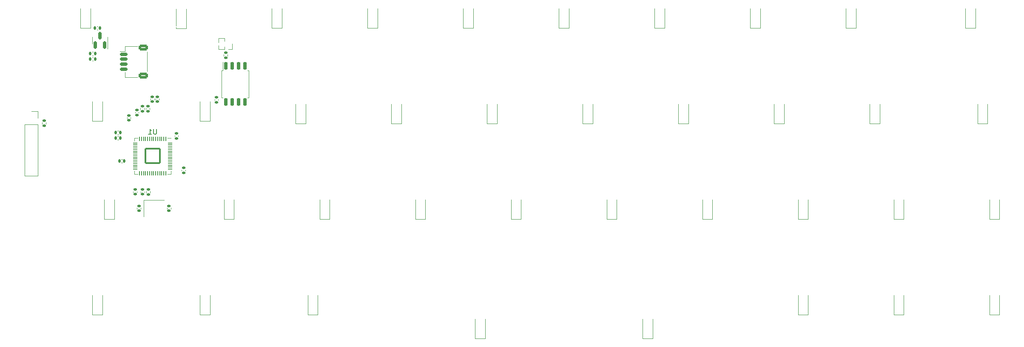
<source format=gbr>
%TF.GenerationSoftware,KiCad,Pcbnew,(6.0.7-1)-1*%
%TF.CreationDate,2022-09-06T23:10:26-04:00*%
%TF.ProjectId,cutiepie2040,63757469-6570-4696-9532-3034302e6b69,rev?*%
%TF.SameCoordinates,Original*%
%TF.FileFunction,Legend,Bot*%
%TF.FilePolarity,Positive*%
%FSLAX46Y46*%
G04 Gerber Fmt 4.6, Leading zero omitted, Abs format (unit mm)*
G04 Created by KiCad (PCBNEW (6.0.7-1)-1) date 2022-09-06 23:10:26*
%MOMM*%
%LPD*%
G01*
G04 APERTURE LIST*
G04 Aperture macros list*
%AMRoundRect*
0 Rectangle with rounded corners*
0 $1 Rounding radius*
0 $2 $3 $4 $5 $6 $7 $8 $9 X,Y pos of 4 corners*
0 Add a 4 corners polygon primitive as box body*
4,1,4,$2,$3,$4,$5,$6,$7,$8,$9,$2,$3,0*
0 Add four circle primitives for the rounded corners*
1,1,$1+$1,$2,$3*
1,1,$1+$1,$4,$5*
1,1,$1+$1,$6,$7*
1,1,$1+$1,$8,$9*
0 Add four rect primitives between the rounded corners*
20,1,$1+$1,$2,$3,$4,$5,0*
20,1,$1+$1,$4,$5,$6,$7,0*
20,1,$1+$1,$6,$7,$8,$9,0*
20,1,$1+$1,$8,$9,$2,$3,0*%
G04 Aperture macros list end*
%ADD10C,0.150000*%
%ADD11C,0.120000*%
%ADD12C,1.750000*%
%ADD13C,3.987800*%
%ADD14C,2.250000*%
%ADD15RoundRect,0.140000X0.170000X-0.140000X0.170000X0.140000X-0.170000X0.140000X-0.170000X-0.140000X0*%
%ADD16R,1.200000X0.900000*%
%ADD17RoundRect,0.140000X-0.170000X0.140000X-0.170000X-0.140000X0.170000X-0.140000X0.170000X0.140000X0*%
%ADD18RoundRect,0.135000X0.185000X-0.135000X0.185000X0.135000X-0.185000X0.135000X-0.185000X-0.135000X0*%
%ADD19RoundRect,0.135000X-0.185000X0.135000X-0.185000X-0.135000X0.185000X-0.135000X0.185000X0.135000X0*%
%ADD20R,1.000000X1.000000*%
%ADD21O,1.000000X1.000000*%
%ADD22RoundRect,0.140000X0.140000X0.170000X-0.140000X0.170000X-0.140000X-0.170000X0.140000X-0.170000X0*%
%ADD23RoundRect,0.150000X0.150000X-0.587500X0.150000X0.587500X-0.150000X0.587500X-0.150000X-0.587500X0*%
%ADD24RoundRect,0.150000X-0.150000X0.650000X-0.150000X-0.650000X0.150000X-0.650000X0.150000X0.650000X0*%
%ADD25RoundRect,0.050000X0.387500X0.050000X-0.387500X0.050000X-0.387500X-0.050000X0.387500X-0.050000X0*%
%ADD26RoundRect,0.050000X0.050000X0.387500X-0.050000X0.387500X-0.050000X-0.387500X0.050000X-0.387500X0*%
%ADD27RoundRect,0.144000X1.456000X1.456000X-1.456000X1.456000X-1.456000X-1.456000X1.456000X-1.456000X0*%
%ADD28R,1.700000X1.700000*%
%ADD29O,1.700000X1.700000*%
%ADD30RoundRect,0.150000X-0.625000X0.150000X-0.625000X-0.150000X0.625000X-0.150000X0.625000X0.150000X0*%
%ADD31RoundRect,0.250000X-0.650000X0.350000X-0.650000X-0.350000X0.650000X-0.350000X0.650000X0.350000X0*%
%ADD32R,1.400000X1.200000*%
%ADD33C,0.800000*%
G04 APERTURE END LIST*
D10*
%TO.C,U1*%
X71711904Y-78232380D02*
X71711904Y-79041904D01*
X71664285Y-79137142D01*
X71616666Y-79184761D01*
X71521428Y-79232380D01*
X71330952Y-79232380D01*
X71235714Y-79184761D01*
X71188095Y-79137142D01*
X71140476Y-79041904D01*
X71140476Y-78232380D01*
X70140476Y-79232380D02*
X70711904Y-79232380D01*
X70426190Y-79232380D02*
X70426190Y-78232380D01*
X70521428Y-78375238D01*
X70616666Y-78470476D01*
X70711904Y-78518095D01*
D11*
%TO.C,C_1V-Decoup2*%
X72260000Y-72357836D02*
X72260000Y-72142164D01*
X71540000Y-72357836D02*
X71540000Y-72142164D01*
%TO.C,D6*%
X80387500Y-76600000D02*
X80387500Y-72700000D01*
X82387500Y-76600000D02*
X82387500Y-72700000D01*
X82387500Y-76600000D02*
X80387500Y-76600000D01*
%TO.C,D14*%
X118487500Y-77100000D02*
X118487500Y-73200000D01*
X120487500Y-77100000D02*
X118487500Y-77100000D01*
X120487500Y-77100000D02*
X120487500Y-73200000D01*
%TO.C,C_Crystal1*%
X74560000Y-93942164D02*
X74560000Y-94157836D01*
X73840000Y-93942164D02*
X73840000Y-94157836D01*
%TO.C,D37*%
X239550000Y-96150000D02*
X239550000Y-92250000D01*
X239550000Y-96150000D02*
X237550000Y-96150000D01*
X237550000Y-96150000D02*
X237550000Y-92250000D01*
%TO.C,R_Crystal1*%
X70480000Y-90903641D02*
X70480000Y-90596359D01*
X69720000Y-90903641D02*
X69720000Y-90596359D01*
%TO.C,D17*%
X137537500Y-77100000D02*
X137537500Y-73200000D01*
X139537500Y-77100000D02*
X139537500Y-73200000D01*
X139537500Y-77100000D02*
X137537500Y-77100000D01*
%TO.C,R_Flash1*%
X85880000Y-63346359D02*
X85880000Y-63653641D01*
X85120000Y-63346359D02*
X85120000Y-63653641D01*
%TO.C,SW1*%
X84085000Y-60942470D02*
X84085000Y-60140000D01*
X85290000Y-62360000D02*
X85290000Y-61813471D01*
X85290000Y-60686529D02*
X85290000Y-60140000D01*
X85290000Y-62360000D02*
X84085000Y-62360000D01*
X86810000Y-62360000D02*
X86810000Y-61250000D01*
X85290000Y-60140000D02*
X84085000Y-60140000D01*
X86050000Y-62360000D02*
X86810000Y-62360000D01*
X84085000Y-62360000D02*
X84085000Y-61557530D01*
%TO.C,D8*%
X80387500Y-115200000D02*
X80387500Y-111300000D01*
X82387500Y-115200000D02*
X80387500Y-115200000D01*
X82387500Y-115200000D02*
X82387500Y-111300000D01*
%TO.C,D20*%
X153825000Y-58050000D02*
X153825000Y-54150000D01*
X151825000Y-58050000D02*
X151825000Y-54150000D01*
X153825000Y-58050000D02*
X151825000Y-58050000D01*
%TO.C,D15*%
X125250000Y-96150000D02*
X125250000Y-92250000D01*
X125250000Y-96150000D02*
X123250000Y-96150000D01*
X123250000Y-96150000D02*
X123250000Y-92250000D01*
%TO.C,D31*%
X208975000Y-58050000D02*
X208975000Y-54150000D01*
X210975000Y-58050000D02*
X208975000Y-58050000D01*
X210975000Y-58050000D02*
X210975000Y-54150000D01*
%TO.C,C_3V-Decoup2*%
X66560000Y-76107836D02*
X66560000Y-75892164D01*
X65840000Y-76107836D02*
X65840000Y-75892164D01*
%TO.C,D13*%
X113725000Y-58050000D02*
X113725000Y-54150000D01*
X115725000Y-58050000D02*
X115725000Y-54150000D01*
X115725000Y-58050000D02*
X113725000Y-58050000D01*
%TO.C,D23*%
X170493750Y-119962500D02*
X170493750Y-116062500D01*
X168493750Y-119962500D02*
X168493750Y-116062500D01*
X170493750Y-119962500D02*
X168493750Y-119962500D01*
%TO.C,C_3V-Decoup7*%
X64157836Y-79310000D02*
X63942164Y-79310000D01*
X64157836Y-78590000D02*
X63942164Y-78590000D01*
%TO.C,D32*%
X213737500Y-77100000D02*
X213737500Y-73200000D01*
X215737500Y-77100000D02*
X213737500Y-77100000D01*
X215737500Y-77100000D02*
X215737500Y-73200000D01*
%TO.C,D4*%
X58956250Y-115200000D02*
X58956250Y-111300000D01*
X60956250Y-115200000D02*
X60956250Y-111300000D01*
X60956250Y-115200000D02*
X58956250Y-115200000D01*
%TO.C,C_3V-Decoup9*%
X76060000Y-79707836D02*
X76060000Y-79492164D01*
X75340000Y-79707836D02*
X75340000Y-79492164D01*
%TO.C,C_3V-Decoup4*%
X64907836Y-84960000D02*
X64692164Y-84960000D01*
X64907836Y-84240000D02*
X64692164Y-84240000D01*
%TO.C,D26*%
X180400000Y-96150000D02*
X180400000Y-92250000D01*
X182400000Y-96150000D02*
X180400000Y-96150000D01*
X182400000Y-96150000D02*
X182400000Y-92250000D01*
%TO.C,D28*%
X194687500Y-77100000D02*
X194687500Y-73200000D01*
X196687500Y-77100000D02*
X196687500Y-73200000D01*
X196687500Y-77100000D02*
X194687500Y-77100000D01*
%TO.C,R_DATA1*%
X69620000Y-74046359D02*
X69620000Y-74353641D01*
X70380000Y-74046359D02*
X70380000Y-74353641D01*
%TO.C,C_3V-Decoup8*%
X69310000Y-90642164D02*
X69310000Y-90857836D01*
X68590000Y-90642164D02*
X68590000Y-90857836D01*
%TO.C,C_Flash1*%
X83290000Y-72507836D02*
X83290000Y-72292164D01*
X84010000Y-72507836D02*
X84010000Y-72292164D01*
%TO.C,D10*%
X101437500Y-77100000D02*
X99437500Y-77100000D01*
X99437500Y-77100000D02*
X99437500Y-73200000D01*
X101437500Y-77100000D02*
X101437500Y-73200000D01*
%TO.C,D35*%
X234787500Y-58050000D02*
X234787500Y-54150000D01*
X234787500Y-58050000D02*
X232787500Y-58050000D01*
X232787500Y-58050000D02*
X232787500Y-54150000D01*
%TO.C,D38*%
X239550000Y-115200000D02*
X239550000Y-111300000D01*
X239550000Y-115200000D02*
X237550000Y-115200000D01*
X237550000Y-115200000D02*
X237550000Y-111300000D01*
%TO.C,D19*%
X137156250Y-119962500D02*
X135156250Y-119962500D01*
X137156250Y-119962500D02*
X137156250Y-116062500D01*
X135156250Y-119962500D02*
X135156250Y-116062500D01*
%TO.C,U3*%
X62010000Y-60550000D02*
X62010000Y-59900000D01*
X58890000Y-60550000D02*
X58890000Y-59900000D01*
X58890000Y-60550000D02*
X58890000Y-61200000D01*
X62010000Y-60550000D02*
X62010000Y-62225000D01*
%TO.C,D25*%
X177637500Y-77100000D02*
X175637500Y-77100000D01*
X177637500Y-77100000D02*
X177637500Y-73200000D01*
X175637500Y-77100000D02*
X175637500Y-73200000D01*
%TO.C,D11*%
X106200000Y-96150000D02*
X106200000Y-92250000D01*
X104200000Y-96150000D02*
X104200000Y-92250000D01*
X106200000Y-96150000D02*
X104200000Y-96150000D01*
%TO.C,C_1V-Decoup3*%
X67810000Y-90642164D02*
X67810000Y-90857836D01*
X67090000Y-90642164D02*
X67090000Y-90857836D01*
%TO.C,D18*%
X144300000Y-96150000D02*
X144300000Y-92250000D01*
X144300000Y-96150000D02*
X142300000Y-96150000D01*
X142300000Y-96150000D02*
X142300000Y-92250000D01*
%TO.C,D34*%
X220500000Y-115200000D02*
X218500000Y-115200000D01*
X218500000Y-115200000D02*
X218500000Y-111300000D01*
X220500000Y-115200000D02*
X220500000Y-111300000D01*
%TO.C,D2*%
X58956250Y-76600000D02*
X58956250Y-72700000D01*
X60956250Y-76600000D02*
X58956250Y-76600000D01*
X60956250Y-76600000D02*
X60956250Y-72700000D01*
%TO.C,D3*%
X63337500Y-96150000D02*
X63337500Y-92250000D01*
X63337500Y-96150000D02*
X61337500Y-96150000D01*
X61337500Y-96150000D02*
X61337500Y-92250000D01*
%TO.C,D29*%
X201450000Y-96150000D02*
X199450000Y-96150000D01*
X201450000Y-96150000D02*
X201450000Y-92250000D01*
X199450000Y-96150000D02*
X199450000Y-92250000D01*
%TO.C,D16*%
X132775000Y-58050000D02*
X132775000Y-54150000D01*
X134775000Y-58050000D02*
X134775000Y-54150000D01*
X134775000Y-58050000D02*
X132775000Y-58050000D01*
%TO.C,C_3V-Decoup6*%
X76740000Y-86342164D02*
X76740000Y-86557836D01*
X77460000Y-86342164D02*
X77460000Y-86557836D01*
%TO.C,D30*%
X201450000Y-115200000D02*
X199450000Y-115200000D01*
X199450000Y-115200000D02*
X199450000Y-111300000D01*
X201450000Y-115200000D02*
X201450000Y-111300000D01*
%TO.C,D1*%
X58575000Y-58050000D02*
X56575000Y-58050000D01*
X56575000Y-58050000D02*
X56575000Y-54150000D01*
X58575000Y-58050000D02*
X58575000Y-54150000D01*
%TO.C,C_3V-Decoup1*%
X59107836Y-63890000D02*
X58892164Y-63890000D01*
X59107836Y-64610000D02*
X58892164Y-64610000D01*
%TO.C,C_LD1*%
X60057836Y-58460000D02*
X59842164Y-58460000D01*
X60057836Y-57740000D02*
X59842164Y-57740000D01*
%TO.C,R_RST1*%
X49730000Y-77203641D02*
X49730000Y-76896359D01*
X48970000Y-77203641D02*
X48970000Y-76896359D01*
%TO.C,U2*%
X84935000Y-66525000D02*
X84935000Y-64850000D01*
X90125000Y-69250000D02*
X90125000Y-71975000D01*
X84675000Y-66525000D02*
X84935000Y-66525000D01*
X90125000Y-71975000D02*
X89865000Y-71975000D01*
X84675000Y-71975000D02*
X84935000Y-71975000D01*
X90125000Y-66525000D02*
X89865000Y-66525000D01*
X90125000Y-69250000D02*
X90125000Y-66525000D01*
X84675000Y-69250000D02*
X84675000Y-66525000D01*
X84675000Y-69250000D02*
X84675000Y-71975000D01*
%TO.C,D33*%
X220500000Y-96150000D02*
X218500000Y-96150000D01*
X220500000Y-96150000D02*
X220500000Y-92250000D01*
X218500000Y-96150000D02*
X218500000Y-92250000D01*
%TO.C,D36*%
X235168750Y-77100000D02*
X235168750Y-73200000D01*
X237168750Y-77100000D02*
X235168750Y-77100000D01*
X237168750Y-77100000D02*
X237168750Y-73200000D01*
%TO.C,D7*%
X87150000Y-96150000D02*
X85150000Y-96150000D01*
X87150000Y-96150000D02*
X87150000Y-92250000D01*
X85150000Y-96150000D02*
X85150000Y-92250000D01*
%TO.C,D12*%
X101818750Y-115200000D02*
X101818750Y-111300000D01*
X103818750Y-115200000D02*
X103818750Y-111300000D01*
X103818750Y-115200000D02*
X101818750Y-115200000D01*
%TO.C,C_1V-Decoup1*%
X68160000Y-75037836D02*
X68160000Y-74822164D01*
X67440000Y-75037836D02*
X67440000Y-74822164D01*
%TO.C,C_3V-Decoup3*%
X71260000Y-72357836D02*
X71260000Y-72142164D01*
X70540000Y-72357836D02*
X70540000Y-72142164D01*
%TO.C,D22*%
X163350000Y-96150000D02*
X161350000Y-96150000D01*
X161350000Y-96150000D02*
X161350000Y-92250000D01*
X163350000Y-96150000D02*
X163350000Y-92250000D01*
%TO.C,U1*%
X67990000Y-79990000D02*
X67340000Y-79990000D01*
X67340000Y-87210000D02*
X67340000Y-86560000D01*
X67990000Y-87210000D02*
X67340000Y-87210000D01*
X74560000Y-87210000D02*
X74560000Y-86560000D01*
X73910000Y-87210000D02*
X74560000Y-87210000D01*
X67340000Y-79990000D02*
X67340000Y-80640000D01*
X73910000Y-79990000D02*
X74560000Y-79990000D01*
%TO.C,J2*%
X48130000Y-74695000D02*
X46800000Y-74695000D01*
X48130000Y-76025000D02*
X48130000Y-74695000D01*
X48130000Y-77295000D02*
X48130000Y-87515000D01*
X48130000Y-77295000D02*
X45470000Y-77295000D01*
X45470000Y-77295000D02*
X45470000Y-87515000D01*
X48130000Y-87515000D02*
X45470000Y-87515000D01*
%TO.C,D27*%
X191925000Y-58050000D02*
X191925000Y-54150000D01*
X191925000Y-58050000D02*
X189925000Y-58050000D01*
X189925000Y-58050000D02*
X189925000Y-54150000D01*
%TO.C,C_Crystal2*%
X68560000Y-94157836D02*
X68560000Y-93942164D01*
X67840000Y-94157836D02*
X67840000Y-93942164D01*
%TO.C,D9*%
X96675000Y-58050000D02*
X96675000Y-54150000D01*
X94675000Y-58050000D02*
X94675000Y-54150000D01*
X96675000Y-58050000D02*
X94675000Y-58050000D01*
%TO.C,D24*%
X172875000Y-58050000D02*
X170875000Y-58050000D01*
X172875000Y-58050000D02*
X172875000Y-54150000D01*
X170875000Y-58050000D02*
X170875000Y-54150000D01*
%TO.C,C_3V-Decoup5*%
X64157836Y-80360000D02*
X63942164Y-80360000D01*
X64157836Y-79640000D02*
X63942164Y-79640000D01*
%TO.C,R_DATA2*%
X68520000Y-74046359D02*
X68520000Y-74353641D01*
X69280000Y-74046359D02*
X69280000Y-74353641D01*
%TO.C,C_LD2*%
X59107836Y-62840000D02*
X58892164Y-62840000D01*
X59107836Y-63560000D02*
X58892164Y-63560000D01*
%TO.C,J1*%
X65415000Y-61690000D02*
X65415000Y-62740000D01*
X67915000Y-61690000D02*
X65415000Y-61690000D01*
X67915000Y-67910000D02*
X65415000Y-67910000D01*
X65415000Y-67910000D02*
X65415000Y-66860000D01*
X69885000Y-62860000D02*
X69885000Y-66740000D01*
X65415000Y-62740000D02*
X64425000Y-62740000D01*
%TO.C,D21*%
X156587500Y-77100000D02*
X156587500Y-73200000D01*
X158587500Y-77100000D02*
X156587500Y-77100000D01*
X158587500Y-77100000D02*
X158587500Y-73200000D01*
%TO.C,Y1*%
X69200000Y-95700000D02*
X69200000Y-92400000D01*
X69200000Y-92400000D02*
X73200000Y-92400000D01*
%TO.C,D5*%
X77625000Y-58150000D02*
X75625000Y-58150000D01*
X75625000Y-58150000D02*
X75625000Y-54250000D01*
X77625000Y-58150000D02*
X77625000Y-54250000D01*
%TD*%
%LPC*%
D12*
%TO.C,MX35*%
X235767500Y-55300000D03*
X225607500Y-55300000D03*
D13*
X230687500Y-55300000D03*
D14*
X226877500Y-52760000D03*
X233227500Y-50220000D03*
%TD*%
D13*
%TO.C,MX1*%
X54475000Y-55300000D03*
D12*
X49395000Y-55300000D03*
X59555000Y-55300000D03*
D14*
X50665000Y-52760000D03*
X57015000Y-50220000D03*
%TD*%
D12*
%TO.C,MX22*%
X154170000Y-93400000D03*
X164330000Y-93400000D03*
D13*
X159250000Y-93400000D03*
D14*
X155440000Y-90860000D03*
X161790000Y-88320000D03*
%TD*%
D13*
%TO.C,MX17*%
X135437500Y-74350000D03*
D12*
X140517500Y-74350000D03*
X130357500Y-74350000D03*
D14*
X131627500Y-71810000D03*
X137977500Y-69270000D03*
%TD*%
D13*
%TO.C,MX2*%
X56856250Y-74350000D03*
D12*
X61936250Y-74350000D03*
X51776250Y-74350000D03*
D14*
X53046250Y-71810000D03*
X59396250Y-69270000D03*
%TD*%
D12*
%TO.C,MX11*%
X107180000Y-93400000D03*
X97020000Y-93400000D03*
D13*
X102100000Y-93400000D03*
D14*
X98290000Y-90860000D03*
X104640000Y-88320000D03*
%TD*%
D13*
%TO.C,MX10*%
X97337500Y-74350000D03*
D12*
X92257500Y-74350000D03*
X102417500Y-74350000D03*
D14*
X93527500Y-71810000D03*
X99877500Y-69270000D03*
%TD*%
D12*
%TO.C,MX18*%
X135120000Y-93400000D03*
D13*
X140200000Y-93400000D03*
D12*
X145280000Y-93400000D03*
D14*
X136390000Y-90860000D03*
X142740000Y-88320000D03*
%TD*%
D12*
%TO.C,MX30*%
X202430000Y-112450000D03*
D13*
X197350000Y-112450000D03*
D12*
X192270000Y-112450000D03*
D14*
X193540000Y-109910000D03*
X199890000Y-107370000D03*
%TD*%
D13*
%TO.C,MX12*%
X99718750Y-112450000D03*
D12*
X94638750Y-112450000D03*
X104798750Y-112450000D03*
D14*
X95908750Y-109910000D03*
X102258750Y-107370000D03*
%TD*%
D13*
%TO.C,MX4*%
X56856250Y-112450000D03*
D12*
X61936250Y-112450000D03*
X51776250Y-112450000D03*
D14*
X53046250Y-109910000D03*
X59396250Y-107370000D03*
%TD*%
D13*
%TO.C,MX33*%
X216400000Y-93400000D03*
D12*
X221480000Y-93400000D03*
X211320000Y-93400000D03*
D14*
X212590000Y-90860000D03*
X218940000Y-88320000D03*
%TD*%
D13*
%TO.C,MX13*%
X111625000Y-55300000D03*
D12*
X106545000Y-55300000D03*
X116705000Y-55300000D03*
D14*
X107815000Y-52760000D03*
X114165000Y-50220000D03*
%TD*%
D12*
%TO.C,MX29*%
X202430000Y-93400000D03*
X192270000Y-93400000D03*
D13*
X197350000Y-93400000D03*
D14*
X193540000Y-90860000D03*
X199890000Y-88320000D03*
%TD*%
D12*
%TO.C,MX15*%
X126230000Y-93400000D03*
X116070000Y-93400000D03*
D13*
X121150000Y-93400000D03*
D14*
X117340000Y-90860000D03*
X123690000Y-88320000D03*
%TD*%
D12*
%TO.C,MX14*%
X111307500Y-74350000D03*
D13*
X116387500Y-74350000D03*
D12*
X121467500Y-74350000D03*
D14*
X112577500Y-71810000D03*
X118927500Y-69270000D03*
%TD*%
D13*
%TO.C,MX16*%
X130675000Y-55300000D03*
D12*
X125595000Y-55300000D03*
X135755000Y-55300000D03*
D14*
X126865000Y-52760000D03*
X133215000Y-50220000D03*
%TD*%
D12*
%TO.C,MX5*%
X68445000Y-55300000D03*
X78605000Y-55300000D03*
D13*
X73525000Y-55300000D03*
D14*
X69715000Y-52760000D03*
X76065000Y-50220000D03*
%TD*%
D13*
%TO.C,MX24*%
X168775000Y-55300000D03*
D12*
X173855000Y-55300000D03*
X163695000Y-55300000D03*
D14*
X164965000Y-52760000D03*
X171315000Y-50220000D03*
%TD*%
D12*
%TO.C,MX21*%
X149407500Y-74350000D03*
X159567500Y-74350000D03*
D13*
X154487500Y-74350000D03*
D14*
X150677500Y-71810000D03*
X157027500Y-69270000D03*
%TD*%
D12*
%TO.C,MX32*%
X206557500Y-74350000D03*
D13*
X211637500Y-74350000D03*
D12*
X216717500Y-74350000D03*
D14*
X207827500Y-71810000D03*
X214177500Y-69270000D03*
%TD*%
D12*
%TO.C,MX38*%
X230370000Y-112450000D03*
D13*
X235450000Y-112450000D03*
D12*
X240530000Y-112450000D03*
D14*
X231640000Y-109910000D03*
X237990000Y-107370000D03*
%TD*%
D12*
%TO.C,MX20*%
X154805000Y-55300000D03*
D13*
X149725000Y-55300000D03*
D12*
X144645000Y-55300000D03*
D14*
X145915000Y-52760000D03*
X152265000Y-50220000D03*
%TD*%
D13*
%TO.C,MX8*%
X78287500Y-112450000D03*
D12*
X73207500Y-112450000D03*
X83367500Y-112450000D03*
D14*
X74477500Y-109910000D03*
X80827500Y-107370000D03*
%TD*%
D12*
%TO.C,MX6*%
X73207500Y-74350000D03*
X83367500Y-74350000D03*
D13*
X78287500Y-74350000D03*
D14*
X74477500Y-71810000D03*
X80827500Y-69270000D03*
%TD*%
D12*
%TO.C,MX36*%
X238148750Y-74350000D03*
X227988750Y-74350000D03*
D13*
X233068750Y-74350000D03*
D14*
X229258750Y-71810000D03*
X235608750Y-69270000D03*
%TD*%
D12*
%TO.C,MX37*%
X230370000Y-93400000D03*
D13*
X235450000Y-93400000D03*
D12*
X240530000Y-93400000D03*
D14*
X231640000Y-90860000D03*
X237990000Y-88320000D03*
%TD*%
D12*
%TO.C,MX26*%
X173220000Y-93400000D03*
X183380000Y-93400000D03*
D13*
X178300000Y-93400000D03*
D14*
X174490000Y-90860000D03*
X180840000Y-88320000D03*
%TD*%
D12*
%TO.C,MX9*%
X87495000Y-55300000D03*
X97655000Y-55300000D03*
D13*
X92575000Y-55300000D03*
D14*
X88765000Y-52760000D03*
X95115000Y-50220000D03*
%TD*%
D13*
%TO.C,MX19*%
X133056250Y-117212500D03*
D12*
X138136250Y-117212500D03*
X127976250Y-117212500D03*
D14*
X129246250Y-114672500D03*
X135596250Y-112132500D03*
%TD*%
D12*
%TO.C,MX23*%
X171473750Y-117212500D03*
D13*
X166393750Y-117212500D03*
D12*
X161313750Y-117212500D03*
D14*
X162583750Y-114672500D03*
X168933750Y-112132500D03*
%TD*%
D12*
%TO.C,MX7*%
X88130000Y-93400000D03*
X77970000Y-93400000D03*
D13*
X83050000Y-93400000D03*
D14*
X79240000Y-90860000D03*
X85590000Y-88320000D03*
%TD*%
D12*
%TO.C,MX3*%
X64317500Y-93400000D03*
D13*
X59237500Y-93400000D03*
D12*
X54157500Y-93400000D03*
D14*
X55427500Y-90860000D03*
X61777500Y-88320000D03*
%TD*%
D12*
%TO.C,MX27*%
X192905000Y-55300000D03*
X182745000Y-55300000D03*
D13*
X187825000Y-55300000D03*
D14*
X184015000Y-52760000D03*
X190365000Y-50220000D03*
%TD*%
D12*
%TO.C,MX28*%
X187507500Y-74350000D03*
X197667500Y-74350000D03*
D13*
X192587500Y-74350000D03*
D14*
X188777500Y-71810000D03*
X195127500Y-69270000D03*
%TD*%
D12*
%TO.C,MX25*%
X178617500Y-74350000D03*
X168457500Y-74350000D03*
D13*
X173537500Y-74350000D03*
D14*
X169727500Y-71810000D03*
X176077500Y-69270000D03*
%TD*%
D12*
%TO.C,MX34*%
X211320000Y-112450000D03*
X221480000Y-112450000D03*
D13*
X216400000Y-112450000D03*
D14*
X212590000Y-109910000D03*
X218940000Y-107370000D03*
%TD*%
D13*
%TO.C,MX31*%
X206875000Y-55300000D03*
D12*
X211955000Y-55300000D03*
X201795000Y-55300000D03*
D14*
X203065000Y-52760000D03*
X209415000Y-50220000D03*
%TD*%
D15*
%TO.C,C_1V-Decoup2*%
X71900000Y-72730000D03*
X71900000Y-71770000D03*
%TD*%
D16*
%TO.C,D6*%
X81387500Y-76000000D03*
X81387500Y-72700000D03*
%TD*%
%TO.C,D14*%
X119487500Y-76500000D03*
X119487500Y-73200000D03*
%TD*%
D17*
%TO.C,C_Crystal1*%
X74200000Y-93570000D03*
X74200000Y-94530000D03*
%TD*%
D16*
%TO.C,D37*%
X238550000Y-95550000D03*
X238550000Y-92250000D03*
%TD*%
D18*
%TO.C,R_Crystal1*%
X70100000Y-91260000D03*
X70100000Y-90240000D03*
%TD*%
D16*
%TO.C,D17*%
X138537500Y-76500000D03*
X138537500Y-73200000D03*
%TD*%
D19*
%TO.C,R_Flash1*%
X85500000Y-62990000D03*
X85500000Y-64010000D03*
%TD*%
D20*
%TO.C,SW1*%
X86050000Y-61250000D03*
D21*
X84780000Y-61250000D03*
%TD*%
D16*
%TO.C,D8*%
X81387500Y-114600000D03*
X81387500Y-111300000D03*
%TD*%
%TO.C,D20*%
X152825000Y-57450000D03*
X152825000Y-54150000D03*
%TD*%
%TO.C,D15*%
X124250000Y-95550000D03*
X124250000Y-92250000D03*
%TD*%
%TO.C,D31*%
X209975000Y-57450000D03*
X209975000Y-54150000D03*
%TD*%
D15*
%TO.C,C_3V-Decoup2*%
X66200000Y-76480000D03*
X66200000Y-75520000D03*
%TD*%
D16*
%TO.C,D13*%
X114725000Y-57450000D03*
X114725000Y-54150000D03*
%TD*%
%TO.C,D23*%
X169493750Y-119362500D03*
X169493750Y-116062500D03*
%TD*%
D22*
%TO.C,C_3V-Decoup7*%
X64530000Y-78950000D03*
X63570000Y-78950000D03*
%TD*%
D16*
%TO.C,D32*%
X214737500Y-76500000D03*
X214737500Y-73200000D03*
%TD*%
%TO.C,D4*%
X59956250Y-114600000D03*
X59956250Y-111300000D03*
%TD*%
D15*
%TO.C,C_3V-Decoup9*%
X75700000Y-80080000D03*
X75700000Y-79120000D03*
%TD*%
D22*
%TO.C,C_3V-Decoup4*%
X65280000Y-84600000D03*
X64320000Y-84600000D03*
%TD*%
D16*
%TO.C,D26*%
X181400000Y-95550000D03*
X181400000Y-92250000D03*
%TD*%
%TO.C,D28*%
X195687500Y-76500000D03*
X195687500Y-73200000D03*
%TD*%
D19*
%TO.C,R_DATA1*%
X70000000Y-73690000D03*
X70000000Y-74710000D03*
%TD*%
D17*
%TO.C,C_3V-Decoup8*%
X68950000Y-90270000D03*
X68950000Y-91230000D03*
%TD*%
D15*
%TO.C,C_Flash1*%
X83650000Y-72880000D03*
X83650000Y-71920000D03*
%TD*%
D16*
%TO.C,D10*%
X100437500Y-76500000D03*
X100437500Y-73200000D03*
%TD*%
%TO.C,D35*%
X233787500Y-57450000D03*
X233787500Y-54150000D03*
%TD*%
%TO.C,D38*%
X238550000Y-114600000D03*
X238550000Y-111300000D03*
%TD*%
%TO.C,D19*%
X136156250Y-119362500D03*
X136156250Y-116062500D03*
%TD*%
D23*
%TO.C,U3*%
X61400000Y-61487500D03*
X59500000Y-61487500D03*
X60450000Y-59612500D03*
%TD*%
D16*
%TO.C,D25*%
X176637500Y-76500000D03*
X176637500Y-73200000D03*
%TD*%
%TO.C,D11*%
X105200000Y-95550000D03*
X105200000Y-92250000D03*
%TD*%
D17*
%TO.C,C_1V-Decoup3*%
X67450000Y-90270000D03*
X67450000Y-91230000D03*
%TD*%
D16*
%TO.C,D18*%
X143300000Y-95550000D03*
X143300000Y-92250000D03*
%TD*%
%TO.C,D34*%
X219500000Y-114600000D03*
X219500000Y-111300000D03*
%TD*%
%TO.C,D2*%
X59956250Y-76000000D03*
X59956250Y-72700000D03*
%TD*%
%TO.C,D3*%
X62337500Y-95550000D03*
X62337500Y-92250000D03*
%TD*%
%TO.C,D29*%
X200450000Y-95550000D03*
X200450000Y-92250000D03*
%TD*%
%TO.C,D16*%
X133775000Y-57450000D03*
X133775000Y-54150000D03*
%TD*%
D17*
%TO.C,C_3V-Decoup6*%
X77100000Y-85970000D03*
X77100000Y-86930000D03*
%TD*%
D16*
%TO.C,D30*%
X200450000Y-114600000D03*
X200450000Y-111300000D03*
%TD*%
%TO.C,D1*%
X57575000Y-57450000D03*
X57575000Y-54150000D03*
%TD*%
D22*
%TO.C,C_3V-Decoup1*%
X59480000Y-64250000D03*
X58520000Y-64250000D03*
%TD*%
%TO.C,C_LD1*%
X60430000Y-58100000D03*
X59470000Y-58100000D03*
%TD*%
D18*
%TO.C,R_RST1*%
X49350000Y-77560000D03*
X49350000Y-76540000D03*
%TD*%
D24*
%TO.C,U2*%
X85495000Y-65650000D03*
X86765000Y-65650000D03*
X88035000Y-65650000D03*
X89305000Y-65650000D03*
X89305000Y-72850000D03*
X88035000Y-72850000D03*
X86765000Y-72850000D03*
X85495000Y-72850000D03*
%TD*%
D16*
%TO.C,D33*%
X219500000Y-95550000D03*
X219500000Y-92250000D03*
%TD*%
%TO.C,D36*%
X236168750Y-76500000D03*
X236168750Y-73200000D03*
%TD*%
%TO.C,D7*%
X86150000Y-95550000D03*
X86150000Y-92250000D03*
%TD*%
%TO.C,D12*%
X102818750Y-114600000D03*
X102818750Y-111300000D03*
%TD*%
D15*
%TO.C,C_1V-Decoup1*%
X67800000Y-75410000D03*
X67800000Y-74450000D03*
%TD*%
%TO.C,C_3V-Decoup3*%
X70900000Y-72730000D03*
X70900000Y-71770000D03*
%TD*%
D16*
%TO.C,D22*%
X162350000Y-95550000D03*
X162350000Y-92250000D03*
%TD*%
D25*
%TO.C,U1*%
X74387500Y-81000000D03*
X74387500Y-81400000D03*
X74387500Y-81800000D03*
X74387500Y-82200000D03*
X74387500Y-82600000D03*
X74387500Y-83000000D03*
X74387500Y-83400000D03*
X74387500Y-83800000D03*
X74387500Y-84200000D03*
X74387500Y-84600000D03*
X74387500Y-85000000D03*
X74387500Y-85400000D03*
X74387500Y-85800000D03*
X74387500Y-86200000D03*
D26*
X73550000Y-87037500D03*
X73150000Y-87037500D03*
X72750000Y-87037500D03*
X72350000Y-87037500D03*
X71950000Y-87037500D03*
X71550000Y-87037500D03*
X71150000Y-87037500D03*
X70750000Y-87037500D03*
X70350000Y-87037500D03*
X69950000Y-87037500D03*
X69550000Y-87037500D03*
X69150000Y-87037500D03*
X68750000Y-87037500D03*
X68350000Y-87037500D03*
D25*
X67512500Y-86200000D03*
X67512500Y-85800000D03*
X67512500Y-85400000D03*
X67512500Y-85000000D03*
X67512500Y-84600000D03*
X67512500Y-84200000D03*
X67512500Y-83800000D03*
X67512500Y-83400000D03*
X67512500Y-83000000D03*
X67512500Y-82600000D03*
X67512500Y-82200000D03*
X67512500Y-81800000D03*
X67512500Y-81400000D03*
X67512500Y-81000000D03*
D26*
X68350000Y-80162500D03*
X68750000Y-80162500D03*
X69150000Y-80162500D03*
X69550000Y-80162500D03*
X69950000Y-80162500D03*
X70350000Y-80162500D03*
X70750000Y-80162500D03*
X71150000Y-80162500D03*
X71550000Y-80162500D03*
X71950000Y-80162500D03*
X72350000Y-80162500D03*
X72750000Y-80162500D03*
X73150000Y-80162500D03*
X73550000Y-80162500D03*
D27*
X70950000Y-83600000D03*
%TD*%
D28*
%TO.C,J2*%
X46800000Y-76025000D03*
D29*
X46800000Y-78565000D03*
X46800000Y-81105000D03*
X46800000Y-83645000D03*
X46800000Y-86185000D03*
%TD*%
D16*
%TO.C,D27*%
X190925000Y-57450000D03*
X190925000Y-54150000D03*
%TD*%
D15*
%TO.C,C_Crystal2*%
X68200000Y-94530000D03*
X68200000Y-93570000D03*
%TD*%
D16*
%TO.C,D9*%
X95675000Y-57450000D03*
X95675000Y-54150000D03*
%TD*%
%TO.C,D24*%
X171875000Y-57450000D03*
X171875000Y-54150000D03*
%TD*%
D22*
%TO.C,C_3V-Decoup5*%
X64530000Y-80000000D03*
X63570000Y-80000000D03*
%TD*%
D19*
%TO.C,R_DATA2*%
X68900000Y-73690000D03*
X68900000Y-74710000D03*
%TD*%
D22*
%TO.C,C_LD2*%
X59480000Y-63200000D03*
X58520000Y-63200000D03*
%TD*%
D30*
%TO.C,J1*%
X65200000Y-63300000D03*
X65200000Y-64300000D03*
X65200000Y-65300000D03*
X65200000Y-66300000D03*
D31*
X69075000Y-62000000D03*
X69075000Y-67600000D03*
%TD*%
D16*
%TO.C,D21*%
X157587500Y-76500000D03*
X157587500Y-73200000D03*
%TD*%
D32*
%TO.C,Y1*%
X70100000Y-93200000D03*
X72300000Y-93200000D03*
X72300000Y-94900000D03*
X70100000Y-94900000D03*
%TD*%
D16*
%TO.C,D5*%
X76625000Y-57550000D03*
X76625000Y-54250000D03*
%TD*%
D33*
X71500000Y-76650000D03*
X70400000Y-81350000D03*
X66600000Y-89950000D03*
X70350000Y-85800000D03*
X61900000Y-63100000D03*
X89300000Y-67150000D03*
X76950000Y-79550000D03*
X68200000Y-95950000D03*
X76500000Y-87700000D03*
X74200000Y-92550000D03*
X71250000Y-91650000D03*
X64300000Y-83800000D03*
X62400000Y-78250000D03*
X84550000Y-72850000D03*
X70700000Y-75850000D03*
X73650000Y-75800000D03*
X75400000Y-73800000D03*
X63050000Y-73330000D03*
X62700000Y-58950000D03*
X62700000Y-62250000D03*
X60150000Y-56950000D03*
X60655750Y-77146910D03*
X54750000Y-72800000D03*
X75250000Y-57800000D03*
X51150000Y-81650000D03*
X56150000Y-97850000D03*
X80100000Y-93250000D03*
X83750000Y-76000000D03*
X59956250Y-79225140D03*
X92600000Y-75950000D03*
X77150000Y-97950000D03*
X62500000Y-98650000D03*
X77450000Y-100000000D03*
X62750000Y-114600000D03*
X77100000Y-96700000D03*
X63400000Y-65850000D03*
X67900000Y-65950000D03*
X49450000Y-79300000D03*
X66103818Y-87435488D03*
X65849500Y-88402094D03*
X65355000Y-89745000D03*
X53000000Y-88600000D03*
X53000000Y-77800000D03*
X69950000Y-56050000D03*
X71950000Y-61600000D03*
M02*

</source>
